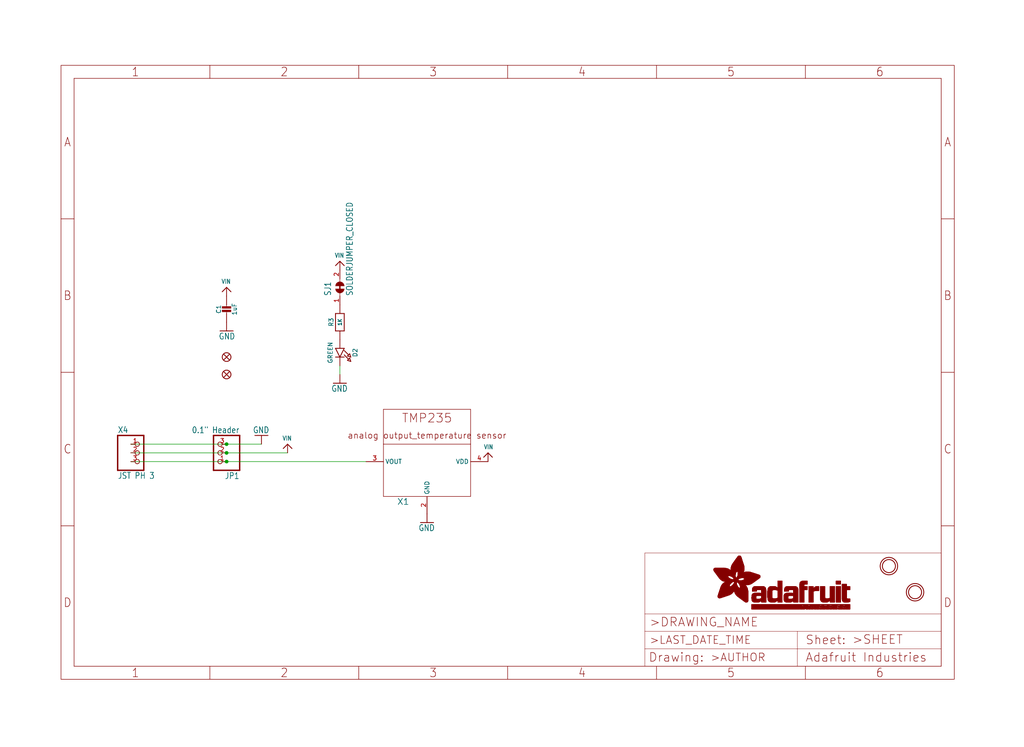
<source format=kicad_sch>
(kicad_sch (version 20211123) (generator eeschema)
  (paper "User" 298.45 217.881)
  (lib_symbols
    (symbol "eagleSchem-eagle-import:CAP_CERAMIC0805-NOOUTLINE"
      (property "Reference" "C" (at -2.29 1.25 90))
      (property "Value" "CAP_CERAMIC0805-NOOUTLINE" (at 2.3 1.25 90))
      (symbol "CAP_CERAMIC0805-NOOUTLINE_1_0"
        (pin passive line (at 0 5.08 270) (length 2.54) (name "1") (number "1"))
        (pin passive line (at 0 -2.54 90) (length 2.54) (name "2") (number "2"))
      )
    )
    (symbol "eagleSchem-eagle-import:CON_JST_PH_3PIN"
      (property "Reference" "X" (at -6.35 5.715 0))
      (property "Value" "CON_JST_PH_3PIN" (at -6.35 -7.62 0))
      (symbol "CON_JST_PH_3PIN_1_0"
        (pin passive inverted (at -2.54 2.54 0) (length 2.54) (name "1") (number "1"))
        (pin passive inverted (at -2.54 0 0) (length 2.54) (name "2") (number "2"))
        (pin passive inverted (at -2.54 -2.54 0) (length 2.54) (name "3") (number "3"))
      )
    )
    (symbol "eagleSchem-eagle-import:FIDUCIAL_1MM")
    (symbol "eagleSchem-eagle-import:FRAME_A4_ADAFRUIT"
      (symbol "FRAME_A4_ADAFRUIT_0_0"
        (text "1" (at 21.6958 1.905 0) (effects (font (size 2.54 2.286))))
        (text "1" (at 21.6958 177.165 0) (effects (font (size 2.54 2.286))))
        (text "2" (at 65.0875 1.905 0) (effects (font (size 2.54 2.286))))
        (text "2" (at 65.0875 177.165 0) (effects (font (size 2.54 2.286))))
        (text "3" (at 108.4792 1.905 0) (effects (font (size 2.54 2.286))))
        (text "3" (at 108.4792 177.165 0) (effects (font (size 2.54 2.286))))
        (text "4" (at 151.8708 1.905 0) (effects (font (size 2.54 2.286))))
        (text "4" (at 151.8708 177.165 0) (effects (font (size 2.54 2.286))))
        (text "5" (at 195.2625 1.905 0) (effects (font (size 2.54 2.286))))
        (text "5" (at 195.2625 177.165 0) (effects (font (size 2.54 2.286))))
        (text "6" (at 238.6542 1.905 0) (effects (font (size 2.54 2.286))))
        (text "6" (at 238.6542 177.165 0) (effects (font (size 2.54 2.286))))
        (text "A" (at 1.905 156.6863 0) (effects (font (size 2.54 2.286))))
        (text "A" (at 258.445 156.6863 0) (effects (font (size 2.54 2.286))))
        (text "B" (at 1.905 111.9188 0) (effects (font (size 2.54 2.286))))
        (text "B" (at 258.445 111.9188 0) (effects (font (size 2.54 2.286))))
        (text "C" (at 1.905 67.1513 0) (effects (font (size 2.54 2.286))))
        (text "C" (at 258.445 67.1513 0) (effects (font (size 2.54 2.286))))
        (text "D" (at 1.905 22.3838 0) (effects (font (size 2.54 2.286))))
        (text "D" (at 258.445 22.3838 0) (effects (font (size 2.54 2.286))))
      )
      (symbol "FRAME_A4_ADAFRUIT_1_0"
        (text ">AUTHOR" (at 189.23 5.08 0) (effects (font (size 2.286 2.286)) (justify left bottom)))
        (text ">DRAWING_NAME" (at 171.45 15.24 0) (effects (font (size 2.54 2.54)) (justify left bottom)))
        (text ">LAST_DATE_TIME" (at 171.45 10.16 0) (effects (font (size 2.286 2.286)) (justify left bottom)))
        (text ">SHEET" (at 230.505 10.16 0) (effects (font (size 2.54 2.54)) (justify left bottom)))
        (text "Adafruit Industries" (at 216.916 4.953 0) (effects (font (size 2.54 2.54)) (justify left bottom)))
        (text "Drawing:" (at 171.196 4.953 0) (effects (font (size 2.54 2.54)) (justify left bottom)))
        (text "Sheet:" (at 216.916 10.033 0) (effects (font (size 2.54 2.54)) (justify left bottom)))
      )
    )
    (symbol "eagleSchem-eagle-import:GND" (power)
      (property "Value" "GND" (at -2.54 -2.54 0))
      (symbol "GND_1_0"
        (pin power_in line (at 0 2.54 270) (length 2.54) (name "GND") (number "1"))
      )
    )
    (symbol "eagleSchem-eagle-import:HEADER-1X3"
      (property "Reference" "JP" (at -6.35 5.715 0))
      (property "Value" "HEADER-1X3" (at -6.35 -7.62 0))
      (symbol "HEADER-1X3_1_0"
        (pin passive inverted (at -2.54 2.54 0) (length 2.54) (name "1") (number "1"))
        (pin passive inverted (at -2.54 0 0) (length 2.54) (name "2") (number "2"))
        (pin passive inverted (at -2.54 -2.54 0) (length 2.54) (name "3") (number "3"))
      )
    )
    (symbol "eagleSchem-eagle-import:LED0805_NOOUTLINE"
      (property "Reference" "D" (at -1.27 4.445 0))
      (property "Value" "LED0805_NOOUTLINE" (at -1.27 -2.794 0))
      (symbol "LED0805_NOOUTLINE_1_0"
        (pin passive line (at -5.08 0 0) (length 2.54) (name "A") (number "A"))
        (pin passive line (at 2.54 0 180) (length 2.54) (name "C") (number "C"))
      )
    )
    (symbol "eagleSchem-eagle-import:MOUNTINGHOLE2.5")
    (symbol "eagleSchem-eagle-import:RESISTOR_0603_NOOUT"
      (property "Reference" "R" (at 0 2.54 0))
      (property "Value" "RESISTOR_0603_NOOUT" (at 0 0 0))
      (symbol "RESISTOR_0603_NOOUT_1_0"
        (pin passive line (at -5.08 0 0) (length 2.54) (name "1") (number "1"))
        (pin passive line (at 5.08 0 180) (length 2.54) (name "2") (number "2"))
      )
    )
    (symbol "eagleSchem-eagle-import:SOLDERJUMPER_CLOSED"
      (property "Reference" "SJ" (at -2.54 2.54 0))
      (property "Value" "SOLDERJUMPER_CLOSED" (at -2.54 -3.81 0))
      (symbol "SOLDERJUMPER_CLOSED_1_0"
        (pin passive line (at -5.08 0 0) (length 2.54) (name "1") (number "1"))
        (pin passive line (at 5.08 0 180) (length 2.54) (name "2") (number "2"))
      )
    )
    (symbol "eagleSchem-eagle-import:TMP235_DCKR"
      (property "Reference" "X" (at 5.08 -15.24 0))
      (symbol "TMP235_DCKR_1_0"
        (text "analog output_temperature sensor" (at 0 5.08 0) (effects (font (size 1.778 1.778))))
        (text "TMP235" (at 0 10.16 0) (effects (font (size 2.54 2.54))))
        (pin power_in line (at 0 -17.78 90) (length 5.08) (name "GND") (number "2"))
        (pin output line (at 17.78 -2.54 180) (length 5.08) (name "VOUT") (number "3"))
        (pin power_in line (at -17.78 -2.54 0) (length 5.08) (name "VDD") (number "4"))
      )
    )
    (symbol "eagleSchem-eagle-import:VIN" (power)
      (property "Value" "VIN" (at -1.524 1.016 0))
      (symbol "VIN_1_0"
        (pin power_in line (at 0 -2.54 90) (length 2.54) (name "VIN") (number "1"))
      )
    )
  )
  (junction (at 66.04 134.62))
  (junction (at 66.04 132.08))
  (junction (at 66.04 129.54))
  (wire (pts (xy 66.04 134.62) (xy 106.68 134.62)))
  (wire (pts (xy 38.1 134.62) (xy 66.04 134.62)))
  (wire (pts (xy 38.1 129.54) (xy 66.04 129.54)))
  (wire (pts (xy 99.06 109.22) (xy 99.06 106.68)))
  (wire (pts (xy 76.2 129.54) (xy 66.04 129.54)))
  (wire (pts (xy 83.82 132.08) (xy 66.04 132.08)))
  (wire (pts (xy 66.04 132.08) (xy 38.1 132.08)))
  (symbol (lib_id "eagleSchem-eagle-import:VIN") (at 99.06 76.2 0) (unit 1)
    (property "Reference" "#U$2" (effects hide))
    (property "Value" "VIN" (at 97.536 75.184 0) (effects (font (size 1.27 1.0795)) (justify left bottom)))
    (property "Footprint" "eagleSchem:" (effects hide))
  )
  (symbol (lib_id "eagleSchem-eagle-import:RESISTOR_0603_NOOUT") (at 99.06 93.98 90) (unit 1)
    (property "Reference" "R3" (at 96.52 93.98 0))
    (property "Value" "1K" (at 99.06 93.98 0) (effects (font (size 1.016 1.016) bold)))
    (property "Footprint" "eagleSchem:0603-NO" (effects hide))
  )
  (symbol (lib_id "eagleSchem-eagle-import:GND") (at 124.46 152.4 0) (unit 1)
    (property "Reference" "#GND1" (effects hide))
    (property "Value" "GND" (at 121.92 154.94 0) (effects (font (size 1.778 1.5113)) (justify left bottom)))
    (property "Footprint" "eagleSchem:" (effects hide))
  )
  (symbol (lib_id "eagleSchem-eagle-import:MOUNTINGHOLE2.5") (at 259.08 165.1 0) (unit 1)
    (property "Reference" "U$8" (effects hide))
    (property "Value" "MOUNTINGHOLE2.5" (effects hide))
    (property "Footprint" "eagleSchem:MOUNTINGHOLE_2.5_PLATED" (effects hide))
  )
  (symbol (lib_id "eagleSchem-eagle-import:MOUNTINGHOLE2.5") (at 266.7 172.72 0) (unit 1)
    (property "Reference" "U$1" (effects hide))
    (property "Value" "MOUNTINGHOLE2.5" (effects hide))
    (property "Footprint" "eagleSchem:MOUNTINGHOLE_2.5_PLATED" (effects hide))
  )
  (symbol (lib_id "eagleSchem-eagle-import:FIDUCIAL_1MM") (at 66.04 104.14 0) (unit 1)
    (property "Reference" "FID3" (effects hide))
    (property "Value" "FIDUCIAL_1MM" (effects hide))
    (property "Footprint" "eagleSchem:FIDUCIAL_1MM" (effects hide))
  )
  (symbol (lib_id "eagleSchem-eagle-import:CAP_CERAMIC0805-NOOUTLINE") (at 66.04 91.44 0) (unit 1)
    (property "Reference" "C1" (at 63.75 90.19 90))
    (property "Value" "1uF" (at 68.34 90.19 90))
    (property "Footprint" "eagleSchem:0805-NO" (effects hide))
  )
  (symbol (lib_id "eagleSchem-eagle-import:LED0805_NOOUTLINE") (at 99.06 104.14 270) (unit 1)
    (property "Reference" "D2" (at 103.505 102.87 0))
    (property "Value" "GREEN" (at 96.266 102.87 0))
    (property "Footprint" "eagleSchem:CHIPLED_0805_NOOUTLINE" (effects hide))
  )
  (symbol (lib_id "eagleSchem-eagle-import:GND") (at 99.06 111.76 0) (unit 1)
    (property "Reference" "#GND4" (effects hide))
    (property "Value" "GND" (at 96.52 114.3 0) (effects (font (size 1.778 1.5113)) (justify left bottom)))
    (property "Footprint" "eagleSchem:" (effects hide))
  )
  (symbol (lib_id "eagleSchem-eagle-import:GND") (at 66.04 96.52 0) (mirror y) (unit 1)
    (property "Reference" "#GND2" (effects hide))
    (property "Value" "GND" (at 68.58 99.06 0) (effects (font (size 1.778 1.5113)) (justify left bottom)))
    (property "Footprint" "eagleSchem:" (effects hide))
  )
  (symbol (lib_id "eagleSchem-eagle-import:FRAME_A4_ADAFRUIT") (at 17.78 198.12 0) (unit 1)
    (property "Reference" "#U$4" (effects hide))
    (property "Value" "FRAME_A4_ADAFRUIT" (effects hide))
    (property "Footprint" "eagleSchem:" (effects hide))
  )
  (symbol (lib_id "eagleSchem-eagle-import:SOLDERJUMPER_CLOSED") (at 99.06 83.82 90) (unit 1)
    (property "Reference" "SJ1" (at 96.52 86.36 0) (effects (font (size 1.778 1.5113)) (justify left bottom)))
    (property "Value" "SOLDERJUMPER_CLOSED" (at 102.87 86.36 0) (effects (font (size 1.778 1.5113)) (justify left bottom)))
    (property "Footprint" "eagleSchem:SOLDERJUMPER_CLOSEDWIRE" (effects hide))
  )
  (symbol (lib_id "eagleSchem-eagle-import:TMP235_DCKR") (at 124.46 132.08 0) (mirror y) (unit 1)
    (property "Reference" "X1" (at 119.38 147.32 0) (effects (font (size 1.778 1.778)) (justify left bottom)))
    (property "Value" "TMP235_DCKR" (effects hide))
    (property "Footprint" "eagleSchem:SC70-5" (effects hide))
  )
  (symbol (lib_id "eagleSchem-eagle-import:VIN") (at 83.82 129.54 0) (unit 1)
    (property "Reference" "#U$6" (effects hide))
    (property "Value" "VIN" (at 82.296 128.524 0) (effects (font (size 1.27 1.0795)) (justify left bottom)))
    (property "Footprint" "eagleSchem:" (effects hide))
  )
  (symbol (lib_id "eagleSchem-eagle-import:VIN") (at 142.24 132.08 0) (mirror y) (unit 1)
    (property "Reference" "#U$3" (effects hide))
    (property "Value" "VIN" (at 143.764 131.064 0) (effects (font (size 1.27 1.0795)) (justify left bottom)))
    (property "Footprint" "eagleSchem:" (effects hide))
  )
  (symbol (lib_id "eagleSchem-eagle-import:HEADER-1X3") (at 63.5 132.08 180) (unit 1)
    (property "Reference" "JP1" (at 69.85 137.795 0) (effects (font (size 1.778 1.5113)) (justify left bottom)))
    (property "Value" "0.1\" Header" (at 69.85 124.46 0) (effects (font (size 1.778 1.5113)) (justify left bottom)))
    (property "Footprint" "eagleSchem:1X03_OVAL" (effects hide))
  )
  (symbol (lib_id "eagleSchem-eagle-import:CON_JST_PH_3PIN") (at 40.64 132.08 0) (unit 1)
    (property "Reference" "X4" (at 34.29 126.365 0) (effects (font (size 1.778 1.5113)) (justify left bottom)))
    (property "Value" "JST PH 3" (at 34.29 139.7 0) (effects (font (size 1.778 1.5113)) (justify left bottom)))
    (property "Footprint" "eagleSchem:JSTPH3" (effects hide))
  )
  (symbol (lib_id "eagleSchem-eagle-import:FIDUCIAL_1MM") (at 66.04 109.22 0) (unit 1)
    (property "Reference" "FID2" (effects hide))
    (property "Value" "FIDUCIAL_1MM" (effects hide))
    (property "Footprint" "eagleSchem:FIDUCIAL_1MM" (effects hide))
  )
  (symbol (lib_id "eagleSchem-eagle-import:VIN") (at 66.04 83.82 0) (unit 1)
    (property "Reference" "#U$11" (effects hide))
    (property "Value" "VIN" (at 64.516 82.804 0) (effects (font (size 1.27 1.0795)) (justify left bottom)))
    (property "Footprint" "eagleSchem:" (effects hide))
  )
  (symbol (lib_id "eagleSchem-eagle-import:GND") (at 76.2 127 0) (mirror x) (unit 1)
    (property "Reference" "#GND3" (effects hide))
    (property "Value" "GND" (at 73.66 124.46 0) (effects (font (size 1.778 1.5113)) (justify left bottom)))
    (property "Footprint" "eagleSchem:" (effects hide))
  )
)
</source>
